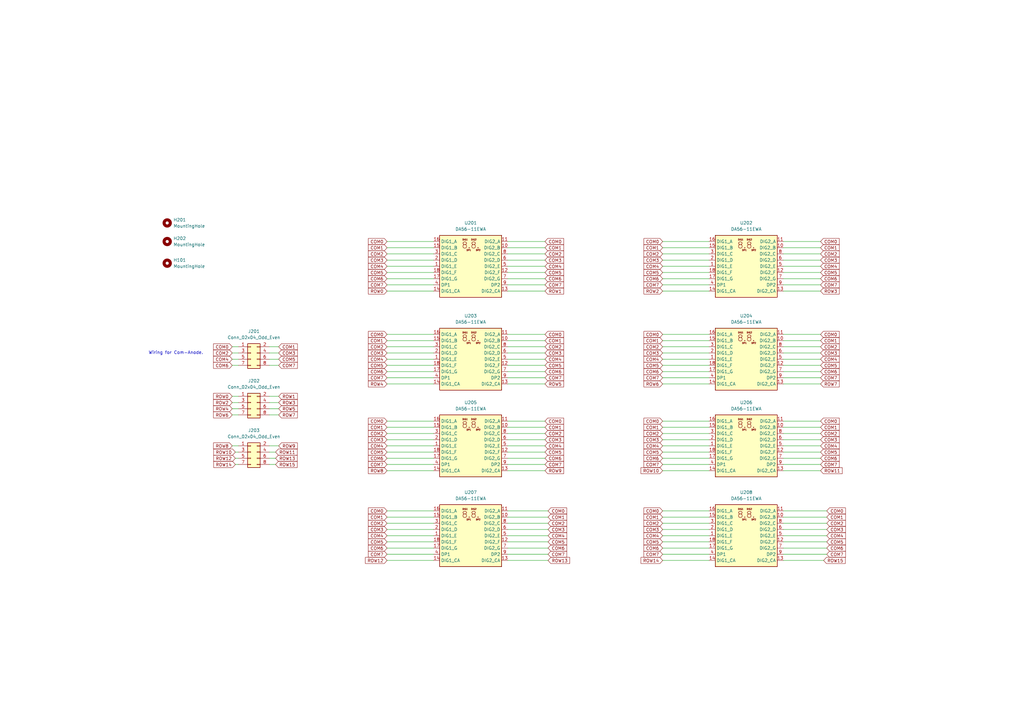
<source format=kicad_sch>
(kicad_sch (version 20231120) (generator "eeschema") (generator_version "8.0")
  (paper "A3")
  (title_block (title "7-seg LED panel") (date "2025-07-03") (rev "0.2") (company "UMEMOTO LLC") (comment 1 "design by Hijiri Umemoto"))
  (lib_symbols
    (symbol "Connector_Generic:Conn_02x04_Odd_Even" (pin_names (offset 1.016) hide)
      (property "Reference" "J" (at 1.27 5.08 0))
      (property "Value" "Conn_02x04_Odd_Even" (at 1.27 -7.62 0))
      (symbol "Conn_02x04_Odd_Even_1_1"
        (rectangle (start -1.27 -4.953) (end 0 -5.207) (stroke (width 0.1524)))
        (rectangle (start -1.27 -2.413) (end 0 -2.667) (stroke (width 0.1524)))
        (rectangle (start -1.27 0.127) (end 0 -0.127) (stroke (width 0.1524)))
        (rectangle (start -1.27 2.667) (end 0 2.413) (stroke (width 0.1524)))
        (rectangle (start -1.27 3.81) (end 3.81 -6.35) (stroke (width 0.254)) (fill (type background)))
        (rectangle (start 3.81 -4.953) (end 2.54 -5.207) (stroke (width 0.1524)))
        (rectangle (start 3.81 -2.413) (end 2.54 -2.667) (stroke (width 0.1524)))
        (rectangle (start 3.81 0.127) (end 2.54 -0.127) (stroke (width 0.1524)))
        (rectangle (start 3.81 2.667) (end 2.54 2.413) (stroke (width 0.1524)))
        (pin passive line (at -5.08 2.54 0) (length 3.81) (name "Pin_1") (number "1"))
        (pin passive line (at 7.62 2.54 180) (length 3.81) (name "Pin_2") (number "2"))
        (pin passive line (at -5.08 0 0) (length 3.81) (name "Pin_3") (number "3"))
        (pin passive line (at 7.62 0 180) (length 3.81) (name "Pin_4") (number "4"))
        (pin passive line (at -5.08 -2.54 0) (length 3.81) (name "Pin_5") (number "5"))
        (pin passive line (at 7.62 -2.54 180) (length 3.81) (name "Pin_6") (number "6"))
        (pin passive line (at -5.08 -5.08 0) (length 3.81) (name "Pin_7") (number "7"))
        (pin passive line (at 7.62 -5.08 180) (length 3.81) (name "Pin_8") (number "8"))
      )
    )
    (symbol "Display_Character:DA56-11EWA"
      (property "Reference" "U" (at -11.43 13.97 0))
      (property "Value" "DA56-11EWA" (at 12.7 13.97 0))
      (symbol "DA56-11EWA_0_0"
        (text "8.8." (at 0 8.636 0) (effects (font (size 2.54 2.54))))
        (text "DIG1" (at -2.286 10.922 0) (effects (font (size 0.635 0.635))))
        (text "DIG2" (at 1.27 10.922 0) (effects (font (size 0.635 0.635))))
        (text "DP1" (at -0.762 6.604 0) (effects (font (size 0.635 0.635))))
        (text "DP2" (at 3.048 6.604 0) (effects (font (size 0.635 0.635))))
      )
      (symbol "DA56-11EWA_0_1"
        (rectangle (start -12.7 12.7) (end 12.7 -12.7) (stroke (width 0.254)) (fill (type background)))
      )
      (symbol "DA56-11EWA_1_1"
        (pin input line (at -15.24 0 0) (length 2.54) (name "DIG1_E") (number "1"))
        (pin input line (at 15.24 7.62 180) (length 2.54) (name "DIG2_B") (number "10"))
        (pin input line (at 15.24 10.16 180) (length 2.54) (name "DIG2_A") (number "11"))
        (pin input line (at 15.24 -2.54 180) (length 2.54) (name "DIG2_F") (number "12"))
        (pin input line (at 15.24 -10.16 180) (length 2.54) (name "DIG2_CA") (number "13"))
        (pin input line (at -15.24 -10.16 0) (length 2.54) (name "DIG1_CA") (number "14"))
        (pin input line (at -15.24 7.62 0) (length 2.54) (name "DIG1_B") (number "15"))
        (pin input line (at -15.24 10.16 0) (length 2.54) (name "DIG1_A") (number "16"))
        (pin input line (at -15.24 -5.08 0) (length 2.54) (name "DIG1_G") (number "17"))
        (pin input line (at -15.24 -2.54 0) (length 2.54) (name "DIG1_F") (number "18"))
        (pin input line (at -15.24 2.54 0) (length 2.54) (name "DIG1_D") (number "2"))
        (pin input line (at -15.24 5.08 0) (length 2.54) (name "DIG1_C") (number "3"))
        (pin input line (at -15.24 -7.62 0) (length 2.54) (name "DP1") (number "4"))
        (pin input line (at 15.24 0 180) (length 2.54) (name "DIG2_E") (number "5"))
        (pin input line (at 15.24 2.54 180) (length 2.54) (name "DIG2_D") (number "6"))
        (pin input line (at 15.24 -5.08 180) (length 2.54) (name "DIG2_G") (number "7"))
        (pin input line (at 15.24 5.08 180) (length 2.54) (name "DIG2_C") (number "8"))
        (pin input line (at 15.24 -7.62 180) (length 2.54) (name "DP2") (number "9"))
      )
    )
    (symbol "Mechanical:MountingHole" (pin_names (offset 1.016)) (exclude_from_sim yes) (in_bom no)
      (property "Reference" "H" (at 0 5.08 0))
      (property "Value" "MountingHole" (at 0 3.175 0))
      (symbol "MountingHole_0_1"
        (circle (center 0 0) (radius 1.27) (stroke (width 1.27)))
      )
    )
  )
  (wire (pts (xy 271.78 149.86) (xy 290.83 149.86)))
  (wire (pts (xy 271.78 190.5) (xy 290.83 190.5)))
  (wire (pts (xy 321.31 137.16) (xy 336.55 137.16)))
  (wire (pts (xy 114.3 167.64) (xy 110.49 167.64)))
  (wire (pts (xy 271.78 229.87) (xy 290.83 229.87)))
  (wire (pts (xy 271.78 227.33) (xy 290.83 227.33)))
  (wire (pts (xy 208.28 214.63) (xy 224.79 214.63)))
  (wire (pts (xy 208.28 180.34) (xy 223.52 180.34)))
  (wire (pts (xy 321.31 224.79) (xy 339.09 224.79)))
  (wire (pts (xy 208.28 177.8) (xy 223.52 177.8)))
  (wire (pts (xy 158.75 147.32) (xy 177.8 147.32)))
  (wire (pts (xy 158.75 139.7) (xy 177.8 139.7)))
  (wire (pts (xy 158.75 114.3) (xy 177.8 114.3)))
  (wire (pts (xy 271.78 172.72) (xy 290.83 172.72)))
  (wire (pts (xy 271.78 111.76) (xy 290.83 111.76)))
  (wire (pts (xy 271.78 109.22) (xy 290.83 109.22)))
  (wire (pts (xy 271.78 152.4) (xy 290.83 152.4)))
  (wire (pts (xy 113.03 185.42) (xy 110.49 185.42)))
  (wire (pts (xy 113.03 187.96) (xy 110.49 187.96)))
  (wire (pts (xy 158.75 157.48) (xy 177.8 157.48)))
  (wire (pts (xy 158.75 152.4) (xy 177.8 152.4)))
  (wire (pts (xy 158.75 111.76) (xy 177.8 111.76)))
  (wire (pts (xy 158.75 116.84) (xy 177.8 116.84)))
  (wire (pts (xy 321.31 182.88) (xy 336.55 182.88)))
  (wire (pts (xy 321.31 99.06) (xy 336.55 99.06)))
  (wire (pts (xy 336.55 157.48) (xy 321.31 157.48)))
  (wire (pts (xy 208.28 187.96) (xy 223.52 187.96)))
  (wire (pts (xy 321.31 217.17) (xy 339.09 217.17)))
  (wire (pts (xy 271.78 101.6) (xy 290.83 101.6)))
  (wire (pts (xy 158.75 222.25) (xy 177.8 222.25)))
  (wire (pts (xy 271.78 116.84) (xy 290.83 116.84)))
  (wire (pts (xy 321.31 175.26) (xy 336.55 175.26)))
  (wire (pts (xy 158.75 144.78) (xy 177.8 144.78)))
  (wire (pts (xy 271.78 182.88) (xy 290.83 182.88)))
  (wire (pts (xy 158.75 212.09) (xy 177.8 212.09)))
  (wire (pts (xy 271.78 214.63) (xy 290.83 214.63)))
  (wire (pts (xy 208.28 152.4) (xy 223.52 152.4)))
  (wire (pts (xy 271.78 217.17) (xy 290.83 217.17)))
  (wire (pts (xy 158.75 175.26) (xy 177.8 175.26)))
  (wire (pts (xy 208.28 172.72) (xy 223.52 172.72)))
  (wire (pts (xy 158.75 209.55) (xy 177.8 209.55)))
  (wire (pts (xy 271.78 106.68) (xy 290.83 106.68)))
  (wire (pts (xy 208.28 101.6) (xy 223.52 101.6)))
  (wire (pts (xy 271.78 177.8) (xy 290.83 177.8)))
  (wire (pts (xy 208.28 175.26) (xy 223.52 175.26)))
  (wire (pts (xy 208.28 219.71) (xy 224.79 219.71)))
  (wire (pts (xy 114.3 182.88) (xy 110.49 182.88)))
  (wire (pts (xy 208.28 154.94) (xy 223.52 154.94)))
  (wire (pts (xy 223.52 193.04) (xy 208.28 193.04)))
  (wire (pts (xy 158.75 193.04) (xy 177.8 193.04)))
  (wire (pts (xy 114.3 144.78) (xy 110.49 144.78)))
  (wire (pts (xy 271.78 224.79) (xy 290.83 224.79)))
  (wire (pts (xy 224.79 229.87) (xy 208.28 229.87)))
  (wire (pts (xy 208.28 99.06) (xy 223.52 99.06)))
  (wire (pts (xy 114.3 149.86) (xy 110.49 149.86)))
  (wire (pts (xy 96.52 187.96) (xy 97.79 187.96)))
  (wire (pts (xy 208.28 190.5) (xy 223.52 190.5)))
  (wire (pts (xy 208.28 139.7) (xy 223.52 139.7)))
  (wire (pts (xy 321.31 177.8) (xy 336.55 177.8)))
  (wire (pts (xy 321.31 114.3) (xy 336.55 114.3)))
  (wire (pts (xy 113.03 190.5) (xy 110.49 190.5)))
  (wire (pts (xy 321.31 147.32) (xy 336.55 147.32)))
  (wire (pts (xy 158.75 104.14) (xy 177.8 104.14)))
  (wire (pts (xy 321.31 139.7) (xy 336.55 139.7)))
  (wire (pts (xy 208.28 104.14) (xy 223.52 104.14)))
  (wire (pts (xy 158.75 214.63) (xy 177.8 214.63)))
  (wire (pts (xy 208.28 212.09) (xy 224.79 212.09)))
  (wire (pts (xy 271.78 104.14) (xy 290.83 104.14)))
  (wire (pts (xy 271.78 114.3) (xy 290.83 114.3)))
  (wire (pts (xy 158.75 101.6) (xy 177.8 101.6)))
  (wire (pts (xy 208.28 185.42) (xy 223.52 185.42)))
  (wire (pts (xy 271.78 209.55) (xy 290.83 209.55)))
  (wire (pts (xy 158.75 182.88) (xy 177.8 182.88)))
  (wire (pts (xy 223.52 119.38) (xy 208.28 119.38)))
  (wire (pts (xy 321.31 212.09) (xy 339.09 212.09)))
  (wire (pts (xy 321.31 209.55) (xy 339.09 209.55)))
  (wire (pts (xy 158.75 180.34) (xy 177.8 180.34)))
  (wire (pts (xy 271.78 193.04) (xy 290.83 193.04)))
  (wire (pts (xy 158.75 190.5) (xy 177.8 190.5)))
  (wire (pts (xy 321.31 219.71) (xy 339.09 219.71)))
  (wire (pts (xy 271.78 222.25) (xy 290.83 222.25)))
  (wire (pts (xy 95.25 182.88) (xy 97.79 182.88)))
  (wire (pts (xy 158.75 109.22) (xy 177.8 109.22)))
  (wire (pts (xy 158.75 154.94) (xy 177.8 154.94)))
  (wire (pts (xy 95.25 142.24) (xy 97.79 142.24)))
  (wire (pts (xy 271.78 99.06) (xy 290.83 99.06)))
  (wire (pts (xy 271.78 219.71) (xy 290.83 219.71)))
  (wire (pts (xy 158.75 149.86) (xy 177.8 149.86)))
  (wire (pts (xy 95.25 147.32) (xy 97.79 147.32)))
  (wire (pts (xy 336.55 119.38) (xy 321.31 119.38)))
  (wire (pts (xy 321.31 222.25) (xy 339.09 222.25)))
  (wire (pts (xy 208.28 142.24) (xy 223.52 142.24)))
  (wire (pts (xy 271.78 175.26) (xy 290.83 175.26)))
  (wire (pts (xy 96.52 190.5) (xy 97.79 190.5)))
  (wire (pts (xy 95.25 149.86) (xy 97.79 149.86)))
  (wire (pts (xy 321.31 172.72) (xy 336.55 172.72)))
  (wire (pts (xy 208.28 222.25) (xy 224.79 222.25)))
  (wire (pts (xy 208.28 116.84) (xy 223.52 116.84)))
  (wire (pts (xy 208.28 209.55) (xy 224.79 209.55)))
  (wire (pts (xy 321.31 187.96) (xy 336.55 187.96)))
  (wire (pts (xy 158.75 142.24) (xy 177.8 142.24)))
  (wire (pts (xy 158.75 119.38) (xy 177.8 119.38)))
  (wire (pts (xy 271.78 119.38) (xy 290.83 119.38)))
  (wire (pts (xy 95.25 165.1) (xy 97.79 165.1)))
  (wire (pts (xy 208.28 111.76) (xy 223.52 111.76)))
  (wire (pts (xy 114.3 147.32) (xy 110.49 147.32)))
  (wire (pts (xy 271.78 180.34) (xy 290.83 180.34)))
  (wire (pts (xy 271.78 212.09) (xy 290.83 212.09)))
  (wire (pts (xy 158.75 137.16) (xy 177.8 137.16)))
  (wire (pts (xy 321.31 227.33) (xy 339.09 227.33)))
  (wire (pts (xy 208.28 114.3) (xy 223.52 114.3)))
  (wire (pts (xy 321.31 190.5) (xy 336.55 190.5)))
  (wire (pts (xy 158.75 219.71) (xy 177.8 219.71)))
  (wire (pts (xy 208.28 217.17) (xy 224.79 217.17)))
  (wire (pts (xy 110.49 162.56) (xy 114.3 162.56)))
  (wire (pts (xy 321.31 104.14) (xy 336.55 104.14)))
  (wire (pts (xy 321.31 152.4) (xy 336.55 152.4)))
  (wire (pts (xy 208.28 137.16) (xy 223.52 137.16)))
  (wire (pts (xy 208.28 182.88) (xy 223.52 182.88)))
  (wire (pts (xy 158.75 99.06) (xy 177.8 99.06)))
  (wire (pts (xy 208.28 157.48) (xy 223.52 157.48)))
  (wire (pts (xy 271.78 142.24) (xy 290.83 142.24)))
  (wire (pts (xy 321.31 185.42) (xy 336.55 185.42)))
  (wire (pts (xy 321.31 229.87) (xy 337.82 229.87)))
  (wire (pts (xy 271.78 139.7) (xy 290.83 139.7)))
  (wire (pts (xy 95.25 144.78) (xy 97.79 144.78)))
  (wire (pts (xy 208.28 106.68) (xy 223.52 106.68)))
  (wire (pts (xy 271.78 144.78) (xy 290.83 144.78)))
  (wire (pts (xy 158.75 106.68) (xy 177.8 106.68)))
  (wire (pts (xy 321.31 116.84) (xy 336.55 116.84)))
  (wire (pts (xy 321.31 111.76) (xy 336.55 111.76)))
  (wire (pts (xy 208.28 109.22) (xy 223.52 109.22)))
  (wire (pts (xy 321.31 144.78) (xy 336.55 144.78)))
  (wire (pts (xy 321.31 101.6) (xy 336.55 101.6)))
  (wire (pts (xy 158.75 217.17) (xy 177.8 217.17)))
  (wire (pts (xy 95.25 170.18) (xy 97.79 170.18)))
  (wire (pts (xy 95.25 162.56) (xy 97.79 162.56)))
  (wire (pts (xy 208.28 144.78) (xy 223.52 144.78)))
  (wire (pts (xy 158.75 229.87) (xy 177.8 229.87)))
  (wire (pts (xy 336.55 193.04) (xy 321.31 193.04)))
  (wire (pts (xy 271.78 147.32) (xy 290.83 147.32)))
  (wire (pts (xy 158.75 177.8) (xy 177.8 177.8)))
  (wire (pts (xy 158.75 187.96) (xy 177.8 187.96)))
  (wire (pts (xy 158.75 172.72) (xy 177.8 172.72)))
  (wire (pts (xy 321.31 106.68) (xy 336.55 106.68)))
  (wire (pts (xy 321.31 214.63) (xy 339.09 214.63)))
  (wire (pts (xy 114.3 165.1) (xy 110.49 165.1)))
  (wire (pts (xy 321.31 142.24) (xy 336.55 142.24)))
  (wire (pts (xy 114.3 170.18) (xy 110.49 170.18)))
  (wire (pts (xy 271.78 137.16) (xy 290.83 137.16)))
  (wire (pts (xy 271.78 154.94) (xy 290.83 154.94)))
  (wire (pts (xy 96.52 185.42) (xy 97.79 185.42)))
  (wire (pts (xy 208.28 227.33) (xy 224.79 227.33)))
  (wire (pts (xy 158.75 224.79) (xy 177.8 224.79)))
  (wire (pts (xy 208.28 149.86) (xy 223.52 149.86)))
  (wire (pts (xy 158.75 185.42) (xy 177.8 185.42)))
  (wire (pts (xy 321.31 109.22) (xy 336.55 109.22)))
  (wire (pts (xy 271.78 187.96) (xy 290.83 187.96)))
  (wire (pts (xy 321.31 180.34) (xy 336.55 180.34)))
  (wire (pts (xy 158.75 227.33) (xy 177.8 227.33)))
  (wire (pts (xy 321.31 154.94) (xy 336.55 154.94)))
  (wire (pts (xy 95.25 167.64) (xy 97.79 167.64)))
  (wire (pts (xy 208.28 224.79) (xy 224.79 224.79)))
  (wire (pts (xy 114.3 142.24) (xy 110.49 142.24)))
  (wire (pts (xy 208.28 147.32) (xy 223.52 147.32)))
  (wire (pts (xy 271.78 185.42) (xy 290.83 185.42)))
  (wire (pts (xy 271.78 157.48) (xy 290.83 157.48)))
  (wire (pts (xy 321.31 149.86) (xy 336.55 149.86)))
  (text "Wiring for Com-Anode." (at 72.136 144.78 0) (effects (font (size 1.27 1.27))))
  (global_label "ROW15" (shape input) (at 337.82 229.87 0) (property "Intersheetrefs" "${INTERSHEET_REFS}" (effects (hide yes))))
  (global_label "COM5" (shape input) (at 158.75 149.86 180) (property "Intersheetrefs" "${INTERSHEET_REFS}" (effects (hide yes))))
  (global_label "COM2" (shape input) (at 336.55 104.14 0) (property "Intersheetrefs" "${INTERSHEET_REFS}" (effects (hide yes))))
  (global_label "COM6" (shape input) (at 95.25 149.86 180) (property "Intersheetrefs" "${INTERSHEET_REFS}" (effects (hide yes))))
  (global_label "COM4" (shape input) (at 271.78 147.32 180) (property "Intersheetrefs" "${INTERSHEET_REFS}" (effects (hide yes))))
  (global_label "COM0" (shape input) (at 223.52 99.06 0) (property "Intersheetrefs" "${INTERSHEET_REFS}" (effects (hide yes))))
  (global_label "COM6" (shape input) (at 336.55 152.4 0) (property "Intersheetrefs" "${INTERSHEET_REFS}" (effects (hide yes))))
  (global_label "COM1" (shape input) (at 336.55 101.6 0) (property "Intersheetrefs" "${INTERSHEET_REFS}" (effects (hide yes))))
  (global_label "COM2" (shape input) (at 95.25 144.78 180) (property "Intersheetrefs" "${INTERSHEET_REFS}" (effects (hide yes))))
  (global_label "COM0" (shape input) (at 271.78 137.16 180) (property "Intersheetrefs" "${INTERSHEET_REFS}" (effects (hide yes))))
  (global_label "COM6" (shape input) (at 158.75 114.3 180) (property "Intersheetrefs" "${INTERSHEET_REFS}" (effects (hide yes))))
  (global_label "COM0" (shape input) (at 95.25 142.24 180) (property "Intersheetrefs" "${INTERSHEET_REFS}" (effects (hide yes))))
  (global_label "ROW3" (shape input) (at 336.55 119.38 0) (property "Intersheetrefs" "${INTERSHEET_REFS}" (effects (hide yes))))
  (global_label "ROW9" (shape input) (at 223.52 193.04 0) (property "Intersheetrefs" "${INTERSHEET_REFS}" (effects (hide yes))))
  (global_label "COM4" (shape input) (at 223.52 182.88 0) (property "Intersheetrefs" "${INTERSHEET_REFS}" (effects (hide yes))))
  (global_label "COM4" (shape input) (at 95.25 147.32 180) (property "Intersheetrefs" "${INTERSHEET_REFS}" (effects (hide yes))))
  (global_label "ROW1" (shape input) (at 223.52 119.38 0) (property "Intersheetrefs" "${INTERSHEET_REFS}" (effects (hide yes))))
  (global_label "COM1" (shape input) (at 114.3 142.24 0) (property "Intersheetrefs" "${INTERSHEET_REFS}" (effects (hide yes))))
  (global_label "ROW4" (shape input) (at 95.25 167.64 180) (property "Intersheetrefs" "${INTERSHEET_REFS}" (effects (hide yes))))
  (global_label "COM5" (shape input) (at 158.75 111.76 180) (property "Intersheetrefs" "${INTERSHEET_REFS}" (effects (hide yes))))
  (global_label "COM3" (shape input) (at 223.52 144.78 0) (property "Intersheetrefs" "${INTERSHEET_REFS}" (effects (hide yes))))
  (global_label "COM1" (shape input) (at 223.52 175.26 0) (property "Intersheetrefs" "${INTERSHEET_REFS}" (effects (hide yes))))
  (global_label "COM7" (shape input) (at 158.75 227.33 180) (property "Intersheetrefs" "${INTERSHEET_REFS}" (effects (hide yes))))
  (global_label "COM3" (shape input) (at 223.52 180.34 0) (property "Intersheetrefs" "${INTERSHEET_REFS}" (effects (hide yes))))
  (global_label "COM4" (shape input) (at 223.52 109.22 0) (property "Intersheetrefs" "${INTERSHEET_REFS}" (effects (hide yes))))
  (global_label "COM3" (shape input) (at 223.52 106.68 0) (property "Intersheetrefs" "${INTERSHEET_REFS}" (effects (hide yes))))
  (global_label "ROW12" (shape input) (at 158.75 229.87 180) (property "Intersheetrefs" "${INTERSHEET_REFS}" (effects (hide yes))))
  (global_label "COM3" (shape input) (at 271.78 144.78 180) (property "Intersheetrefs" "${INTERSHEET_REFS}" (effects (hide yes))))
  (global_label "COM3" (shape input) (at 339.09 217.17 0) (property "Intersheetrefs" "${INTERSHEET_REFS}" (effects (hide yes))))
  (global_label "COM4" (shape input) (at 339.09 219.71 0) (property "Intersheetrefs" "${INTERSHEET_REFS}" (effects (hide yes))))
  (global_label "COM0" (shape input) (at 158.75 172.72 180) (property "Intersheetrefs" "${INTERSHEET_REFS}" (effects (hide yes))))
  (global_label "ROW11" (shape input) (at 113.03 185.42 0) (property "Intersheetrefs" "${INTERSHEET_REFS}" (effects (hide yes))))
  (global_label "COM1" (shape input) (at 158.75 212.09 180) (property "Intersheetrefs" "${INTERSHEET_REFS}" (effects (hide yes))))
  (global_label "COM5" (shape input) (at 271.78 185.42 180) (property "Intersheetrefs" "${INTERSHEET_REFS}" (effects (hide yes))))
  (global_label "COM5" (shape input) (at 336.55 185.42 0) (property "Intersheetrefs" "${INTERSHEET_REFS}" (effects (hide yes))))
  (global_label "COM4" (shape input) (at 223.52 147.32 0) (property "Intersheetrefs" "${INTERSHEET_REFS}" (effects (hide yes))))
  (global_label "COM2" (shape input) (at 158.75 177.8 180) (property "Intersheetrefs" "${INTERSHEET_REFS}" (effects (hide yes))))
  (global_label "COM2" (shape input) (at 339.09 214.63 0) (property "Intersheetrefs" "${INTERSHEET_REFS}" (effects (hide yes))))
  (global_label "COM3" (shape input) (at 336.55 180.34 0) (property "Intersheetrefs" "${INTERSHEET_REFS}" (effects (hide yes))))
  (global_label "ROW6" (shape input) (at 95.25 170.18 180) (property "Intersheetrefs" "${INTERSHEET_REFS}" (effects (hide yes))))
  (global_label "COM4" (shape input) (at 224.79 219.71 0) (property "Intersheetrefs" "${INTERSHEET_REFS}" (effects (hide yes))))
  (global_label "COM0" (shape input) (at 223.52 137.16 0) (property "Intersheetrefs" "${INTERSHEET_REFS}" (effects (hide yes))))
  (global_label "COM0" (shape input) (at 336.55 99.06 0) (property "Intersheetrefs" "${INTERSHEET_REFS}" (effects (hide yes))))
  (global_label "ROW3" (shape input) (at 114.3 165.1 0) (property "Intersheetrefs" "${INTERSHEET_REFS}" (effects (hide yes))))
  (global_label "COM1" (shape input) (at 339.09 212.09 0) (property "Intersheetrefs" "${INTERSHEET_REFS}" (effects (hide yes))))
  (global_label "ROW13" (shape input) (at 113.03 187.96 0) (property "Intersheetrefs" "${INTERSHEET_REFS}" (effects (hide yes))))
  (global_label "COM1" (shape input) (at 271.78 212.09 180) (property "Intersheetrefs" "${INTERSHEET_REFS}" (effects (hide yes))))
  (global_label "COM3" (shape input) (at 158.75 217.17 180) (property "Intersheetrefs" "${INTERSHEET_REFS}" (effects (hide yes))))
  (global_label "ROW12" (shape input) (at 96.52 187.96 180) (property "Intersheetrefs" "${INTERSHEET_REFS}" (effects (hide yes))))
  (global_label "COM7" (shape input) (at 271.78 116.84 180) (property "Intersheetrefs" "${INTERSHEET_REFS}" (effects (hide yes))))
  (global_label "COM6" (shape input) (at 223.52 114.3 0) (property "Intersheetrefs" "${INTERSHEET_REFS}" (effects (hide yes))))
  (global_label "COM6" (shape input) (at 271.78 224.79 180) (property "Intersheetrefs" "${INTERSHEET_REFS}" (effects (hide yes))))
  (global_label "COM7" (shape input) (at 223.52 116.84 0) (property "Intersheetrefs" "${INTERSHEET_REFS}" (effects (hide yes))))
  (global_label "COM2" (shape input) (at 158.75 142.24 180) (property "Intersheetrefs" "${INTERSHEET_REFS}" (effects (hide yes))))
  (global_label "COM5" (shape input) (at 223.52 111.76 0) (property "Intersheetrefs" "${INTERSHEET_REFS}" (effects (hide yes))))
  (global_label "COM3" (shape input) (at 114.3 144.78 0) (property "Intersheetrefs" "${INTERSHEET_REFS}" (effects (hide yes))))
  (global_label "COM4" (shape input) (at 158.75 182.88 180) (property "Intersheetrefs" "${INTERSHEET_REFS}" (effects (hide yes))))
  (global_label "ROW9" (shape input) (at 114.3 182.88 0) (property "Intersheetrefs" "${INTERSHEET_REFS}" (effects (hide yes))))
  (global_label "COM7" (shape input) (at 224.79 227.33 0) (property "Intersheetrefs" "${INTERSHEET_REFS}" (effects (hide yes))))
  (global_label "COM5" (shape input) (at 224.79 222.25 0) (property "Intersheetrefs" "${INTERSHEET_REFS}" (effects (hide yes))))
  (global_label "ROW14" (shape input) (at 96.52 190.5 180) (property "Intersheetrefs" "${INTERSHEET_REFS}" (effects (hide yes))))
  (global_label "ROW15" (shape input) (at 113.03 190.5 0) (property "Intersheetrefs" "${INTERSHEET_REFS}" (effects (hide yes))))
  (global_label "COM0" (shape input) (at 223.52 172.72 0) (property "Intersheetrefs" "${INTERSHEET_REFS}" (effects (hide yes))))
  (global_label "ROW5" (shape input) (at 114.3 167.64 0) (property "Intersheetrefs" "${INTERSHEET_REFS}" (effects (hide yes))))
  (global_label "COM5" (shape input) (at 223.52 149.86 0) (property "Intersheetrefs" "${INTERSHEET_REFS}" (effects (hide yes))))
  (global_label "COM2" (shape input) (at 271.78 104.14 180) (property "Intersheetrefs" "${INTERSHEET_REFS}" (effects (hide yes))))
  (global_label "COM0" (shape input) (at 271.78 172.72 180) (property "Intersheetrefs" "${INTERSHEET_REFS}" (effects (hide yes))))
  (global_label "COM0" (shape input) (at 158.75 137.16 180) (property "Intersheetrefs" "${INTERSHEET_REFS}" (effects (hide yes))))
  (global_label "COM6" (shape input) (at 158.75 224.79 180) (property "Intersheetrefs" "${INTERSHEET_REFS}" (effects (hide yes))))
  (global_label "COM0" (shape input) (at 336.55 172.72 0) (property "Intersheetrefs" "${INTERSHEET_REFS}" (effects (hide yes))))
  (global_label "COM7" (shape input) (at 223.52 190.5 0) (property "Intersheetrefs" "${INTERSHEET_REFS}" (effects (hide yes))))
  (global_label "ROW1" (shape input) (at 114.3 162.56 0) (property "Intersheetrefs" "${INTERSHEET_REFS}" (effects (hide yes))))
  (global_label "COM0" (shape input) (at 336.55 137.16 0) (property "Intersheetrefs" "${INTERSHEET_REFS}" (effects (hide yes))))
  (global_label "COM1" (shape input) (at 271.78 139.7 180) (property "Intersheetrefs" "${INTERSHEET_REFS}" (effects (hide yes))))
  (global_label "ROW5" (shape input) (at 223.52 157.48 0) (property "Intersheetrefs" "${INTERSHEET_REFS}" (effects (hide yes))))
  (global_label "COM2" (shape input) (at 336.55 177.8 0) (property "Intersheetrefs" "${INTERSHEET_REFS}" (effects (hide yes))))
  (global_label "COM2" (shape input) (at 158.75 104.14 180) (property "Intersheetrefs" "${INTERSHEET_REFS}" (effects (hide yes))))
  (global_label "COM7" (shape input) (at 271.78 154.94 180) (property "Intersheetrefs" "${INTERSHEET_REFS}" (effects (hide yes))))
  (global_label "COM3" (shape input) (at 224.79 217.17 0) (property "Intersheetrefs" "${INTERSHEET_REFS}" (effects (hide yes))))
  (global_label "COM1" (shape input) (at 336.55 175.26 0) (property "Intersheetrefs" "${INTERSHEET_REFS}" (effects (hide yes))))
  (global_label "COM2" (shape input) (at 158.75 214.63 180) (property "Intersheetrefs" "${INTERSHEET_REFS}" (effects (hide yes))))
  (global_label "COM1" (shape input) (at 271.78 175.26 180) (property "Intersheetrefs" "${INTERSHEET_REFS}" (effects (hide yes))))
  (global_label "COM2" (shape input) (at 271.78 142.24 180) (property "Intersheetrefs" "${INTERSHEET_REFS}" (effects (hide yes))))
  (global_label "COM4" (shape input) (at 336.55 147.32 0) (property "Intersheetrefs" "${INTERSHEET_REFS}" (effects (hide yes))))
  (global_label "COM6" (shape input) (at 158.75 152.4 180) (property "Intersheetrefs" "${INTERSHEET_REFS}" (effects (hide yes))))
  (global_label "COM5" (shape input) (at 271.78 111.76 180) (property "Intersheetrefs" "${INTERSHEET_REFS}" (effects (hide yes))))
  (global_label "COM7" (shape input) (at 339.09 227.33 0) (property "Intersheetrefs" "${INTERSHEET_REFS}" (effects (hide yes))))
  (global_label "COM5" (shape input) (at 223.52 185.42 0) (property "Intersheetrefs" "${INTERSHEET_REFS}" (effects (hide yes))))
  (global_label "COM4" (shape input) (at 158.75 109.22 180) (property "Intersheetrefs" "${INTERSHEET_REFS}" (effects (hide yes))))
  (global_label "COM5" (shape input) (at 336.55 111.76 0) (property "Intersheetrefs" "${INTERSHEET_REFS}" (effects (hide yes))))
  (global_label "COM3" (shape input) (at 336.55 144.78 0) (property "Intersheetrefs" "${INTERSHEET_REFS}" (effects (hide yes))))
  (global_label "COM0" (shape input) (at 271.78 209.55 180) (property "Intersheetrefs" "${INTERSHEET_REFS}" (effects (hide yes))))
  (global_label "ROW10" (shape input) (at 96.52 185.42 180) (property "Intersheetrefs" "${INTERSHEET_REFS}" (effects (hide yes))))
  (global_label "COM2" (shape input) (at 271.78 214.63 180) (property "Intersheetrefs" "${INTERSHEET_REFS}" (effects (hide yes))))
  (global_label "COM1" (shape input) (at 224.79 212.09 0) (property "Intersheetrefs" "${INTERSHEET_REFS}" (effects (hide yes))))
  (global_label "COM5" (shape input) (at 339.09 222.25 0) (property "Intersheetrefs" "${INTERSHEET_REFS}" (effects (hide yes))))
  (global_label "COM4" (shape input) (at 271.78 219.71 180) (property "Intersheetrefs" "${INTERSHEET_REFS}" (effects (hide yes))))
  (global_label "COM6" (shape input) (at 158.75 187.96 180) (property "Intersheetrefs" "${INTERSHEET_REFS}" (effects (hide yes))))
  (global_label "COM7" (shape input) (at 158.75 154.94 180) (property "Intersheetrefs" "${INTERSHEET_REFS}" (effects (hide yes))))
  (global_label "COM3" (shape input) (at 271.78 106.68 180) (property "Intersheetrefs" "${INTERSHEET_REFS}" (effects (hide yes))))
  (global_label "COM1" (shape input) (at 223.52 101.6 0) (property "Intersheetrefs" "${INTERSHEET_REFS}" (effects (hide yes))))
  (global_label "COM0" (shape input) (at 158.75 209.55 180) (property "Intersheetrefs" "${INTERSHEET_REFS}" (effects (hide yes))))
  (global_label "COM7" (shape input) (at 158.75 116.84 180) (property "Intersheetrefs" "${INTERSHEET_REFS}" (effects (hide yes))))
  (global_label "COM0" (shape input) (at 224.79 209.55 0) (property "Intersheetrefs" "${INTERSHEET_REFS}" (effects (hide yes))))
  (global_label "COM1" (shape input) (at 271.78 101.6 180) (property "Intersheetrefs" "${INTERSHEET_REFS}" (effects (hide yes))))
  (global_label "COM6" (shape input) (at 223.52 152.4 0) (property "Intersheetrefs" "${INTERSHEET_REFS}" (effects (hide yes))))
  (global_label "COM1" (shape input) (at 158.75 139.7 180) (property "Intersheetrefs" "${INTERSHEET_REFS}" (effects (hide yes))))
  (global_label "ROW10" (shape input) (at 271.78 193.04 180) (property "Intersheetrefs" "${INTERSHEET_REFS}" (effects (hide yes))))
  (global_label "COM4" (shape input) (at 271.78 109.22 180) (property "Intersheetrefs" "${INTERSHEET_REFS}" (effects (hide yes))))
  (global_label "ROW13" (shape input) (at 224.79 229.87 0) (property "Intersheetrefs" "${INTERSHEET_REFS}" (effects (hide yes))))
  (global_label "COM7" (shape input) (at 158.75 190.5 180) (property "Intersheetrefs" "${INTERSHEET_REFS}" (effects (hide yes))))
  (global_label "COM2" (shape input) (at 223.52 142.24 0) (property "Intersheetrefs" "${INTERSHEET_REFS}" (effects (hide yes))))
  (global_label "COM3" (shape input) (at 158.75 180.34 180) (property "Intersheetrefs" "${INTERSHEET_REFS}" (effects (hide yes))))
  (global_label "COM2" (shape input) (at 336.55 142.24 0) (property "Intersheetrefs" "${INTERSHEET_REFS}" (effects (hide yes))))
  (global_label "COM6" (shape input) (at 336.55 187.96 0) (property "Intersheetrefs" "${INTERSHEET_REFS}" (effects (hide yes))))
  (global_label "COM7" (shape input) (at 336.55 116.84 0) (property "Intersheetrefs" "${INTERSHEET_REFS}" (effects (hide yes))))
  (global_label "COM4" (shape input) (at 271.78 182.88 180) (property "Intersheetrefs" "${INTERSHEET_REFS}" (effects (hide yes))))
  (global_label "ROW0" (shape input) (at 158.75 119.38 180) (property "Intersheetrefs" "${INTERSHEET_REFS}" (effects (hide yes))))
  (global_label "ROW8" (shape input) (at 158.75 193.04 180) (property "Intersheetrefs" "${INTERSHEET_REFS}" (effects (hide yes))))
  (global_label "COM7" (shape input) (at 271.78 190.5 180) (property "Intersheetrefs" "${INTERSHEET_REFS}" (effects (hide yes))))
  (global_label "COM5" (shape input) (at 336.55 149.86 0) (property "Intersheetrefs" "${INTERSHEET_REFS}" (effects (hide yes))))
  (global_label "COM2" (shape input) (at 223.52 104.14 0) (property "Intersheetrefs" "${INTERSHEET_REFS}" (effects (hide yes))))
  (global_label "COM3" (shape input) (at 271.78 217.17 180) (property "Intersheetrefs" "${INTERSHEET_REFS}" (effects (hide yes))))
  (global_label "ROW4" (shape input) (at 158.75 157.48 180) (property "Intersheetrefs" "${INTERSHEET_REFS}" (effects (hide yes))))
  (global_label "COM7" (shape input) (at 336.55 190.5 0) (property "Intersheetrefs" "${INTERSHEET_REFS}" (effects (hide yes))))
  (global_label "COM1" (shape input) (at 223.52 139.7 0) (property "Intersheetrefs" "${INTERSHEET_REFS}" (effects (hide yes))))
  (global_label "COM5" (shape input) (at 271.78 149.86 180) (property "Intersheetrefs" "${INTERSHEET_REFS}" (effects (hide yes))))
  (global_label "ROW0" (shape input) (at 95.25 162.56 180) (property "Intersheetrefs" "${INTERSHEET_REFS}" (effects (hide yes))))
  (global_label "ROW2" (shape input) (at 95.25 165.1 180) (property "Intersheetrefs" "${INTERSHEET_REFS}" (effects (hide yes))))
  (global_label "COM6" (shape input) (at 336.55 114.3 0) (property "Intersheetrefs" "${INTERSHEET_REFS}" (effects (hide yes))))
  (global_label "ROW2" (shape input) (at 271.78 119.38 180) (property "Intersheetrefs" "${INTERSHEET_REFS}" (effects (hide yes))))
  (global_label "COM7" (shape input) (at 336.55 154.94 0) (property "Intersheetrefs" "${INTERSHEET_REFS}" (effects (hide yes))))
  (global_label "ROW14" (shape input) (at 271.78 229.87 180) (property "Intersheetrefs" "${INTERSHEET_REFS}" (effects (hide yes))))
  (global_label "COM6" (shape input) (at 271.78 187.96 180) (property "Intersheetrefs" "${INTERSHEET_REFS}" (effects (hide yes))))
  (global_label "COM6" (shape input) (at 271.78 152.4 180) (property "Intersheetrefs" "${INTERSHEET_REFS}" (effects (hide yes))))
  (global_label "COM6" (shape input) (at 224.79 224.79 0) (property "Intersheetrefs" "${INTERSHEET_REFS}" (effects (hide yes))))
  (global_label "COM4" (shape input) (at 336.55 109.22 0) (property "Intersheetrefs" "${INTERSHEET_REFS}" (effects (hide yes))))
  (global_label "COM5" (shape input) (at 158.75 222.25 180) (property "Intersheetrefs" "${INTERSHEET_REFS}" (effects (hide yes))))
  (global_label "COM2" (shape input) (at 223.52 177.8 0) (property "Intersheetrefs" "${INTERSHEET_REFS}" (effects (hide yes))))
  (global_label "COM0" (shape input) (at 158.75 99.06 180) (property "Intersheetrefs" "${INTERSHEET_REFS}" (effects (hide yes))))
  (global_label "COM7" (shape input) (at 114.3 149.86 0) (property "Intersheetrefs" "${INTERSHEET_REFS}" (effects (hide yes))))
  (global_label "COM5" (shape input) (at 158.75 185.42 180) (property "Intersheetrefs" "${INTERSHEET_REFS}" (effects (hide yes))))
  (global_label "COM6" (shape input) (at 223.52 187.96 0) (property "Intersheetrefs" "${INTERSHEET_REFS}" (effects (hide yes))))
  (global_label "COM1" (shape input) (at 158.75 175.26 180) (property "Intersheetrefs" "${INTERSHEET_REFS}" (effects (hide yes))))
  (global_label "COM4" (shape input) (at 158.75 147.32 180) (property "Intersheetrefs" "${INTERSHEET_REFS}" (effects (hide yes))))
  (global_label "ROW7" (shape input) (at 336.55 157.48 0) (property "Intersheetrefs" "${INTERSHEET_REFS}" (effects (hide yes))))
  (global_label "COM2" (shape input) (at 224.79 214.63 0) (property "Intersheetrefs" "${INTERSHEET_REFS}" (effects (hide yes))))
  (global_label "ROW6" (shape input) (at 271.78 157.48 180) (property "Intersheetrefs" "${INTERSHEET_REFS}" (effects (hide yes))))
  (global_label "COM5" (shape input) (at 114.3 147.32 0) (property "Intersheetrefs" "${INTERSHEET_REFS}" (effects (hide yes))))
  (global_label "COM3" (shape input) (at 158.75 144.78 180) (property "Intersheetrefs" "${INTERSHEET_REFS}" (effects (hide yes))))
  (global_label "COM7" (shape input) (at 271.78 227.33 180) (property "Intersheetrefs" "${INTERSHEET_REFS}" (effects (hide yes))))
  (global_label "COM4" (shape input) (at 158.75 219.71 180) (property "Intersheetrefs" "${INTERSHEET_REFS}" (effects (hide yes))))
  (global_label "COM6" (shape input) (at 271.78 114.3 180) (property "Intersheetrefs" "${INTERSHEET_REFS}" (effects (hide yes))))
  (global_label "COM7" (shape input) (at 223.52 154.94 0) (property "Intersheetrefs" "${INTERSHEET_REFS}" (effects (hide yes))))
  (global_label "ROW8" (shape input) (at 95.25 182.88 180) (property "Intersheetrefs" "${INTERSHEET_REFS}" (effects (hide yes))))
  (global_label "ROW7" (shape input) (at 114.3 170.18 0) (property "Intersheetrefs" "${INTERSHEET_REFS}" (effects (hide yes))))
  (global_label "COM3" (shape input) (at 336.55 106.68 0) (property "Intersheetrefs" "${INTERSHEET_REFS}" (effects (hide yes))))
  (global_label "ROW11" (shape input) (at 336.55 193.04 0) (property "Intersheetrefs" "${INTERSHEET_REFS}" (effects (hide yes))))
  (global_label "COM2" (shape input) (at 271.78 177.8 180) (property "Intersheetrefs" "${INTERSHEET_REFS}" (effects (hide yes))))
  (global_label "COM4" (shape input) (at 336.55 182.88 0) (property "Intersheetrefs" "${INTERSHEET_REFS}" (effects (hide yes))))
  (global_label "COM0" (shape input) (at 271.78 99.06 180) (property "Intersheetrefs" "${INTERSHEET_REFS}" (effects (hide yes))))
  (global_label "COM6" (shape input) (at 339.09 224.79 0) (property "Intersheetrefs" "${INTERSHEET_REFS}" (effects (hide yes))))
  (global_label "COM3" (shape input) (at 271.78 180.34 180) (property "Intersheetrefs" "${INTERSHEET_REFS}" (effects (hide yes))))
  (global_label "COM5" (shape input) (at 271.78 222.25 180) (property "Intersheetrefs" "${INTERSHEET_REFS}" (effects (hide yes))))
  (global_label "COM1" (shape input) (at 336.55 139.7 0) (property "Intersheetrefs" "${INTERSHEET_REFS}" (effects (hide yes))))
  (global_label "COM0" (shape input) (at 339.09 209.55 0) (property "Intersheetrefs" "${INTERSHEET_REFS}" (effects (hide yes))))
  (global_label "COM1" (shape input) (at 158.75 101.6 180) (property "Intersheetrefs" "${INTERSHEET_REFS}" (effects (hide yes))))
  (global_label "COM3" (shape input) (at 158.75 106.68 180) (property "Intersheetrefs" "${INTERSHEET_REFS}" (effects (hide yes))))
  (symbol (lib_id "Display_Character:DA56-11EWA") (at 193.04 182.88 0) (unit 1)
    (property "Reference" "U205" (at 193.04 165.1 0))
    (property "Value" "DA56-11EWA" (at 193.04 167.64 0))
    (property "Footprint" "7seg-panel:SL-9263" (effects (hide yes)))
    (property "Datasheet" "http://www.kingbrightusa.com/images/catalog/SPEC/DA56-11EWA.pdf" (effects (hide yes)))
    (property "Description" "Double digit 7 segment high efficient red LED common anode" (effects (hide yes)))
  )
  (symbol (lib_id "Connector_Generic:Conn_02x04_Odd_Even") (at 102.87 165.1 0) (unit 1)
    (property "Reference" "J202" (at 104.14 156.21 0))
    (property "Value" "Conn_02x04_Odd_Even" (at 104.14 158.75 0))
    (property "Footprint" "Connector_PinHeader_2.54mm:PinHeader_2x04_P2.54mm_Vertical" (effects (hide yes)))
    (property "Description" "Generic connector, double row, 02x04, odd/even pin numbering scheme (row 1 odd numbers, row 2 even numbers), script generated (kicad-library-utils/schlib/autogen/connector/)" (effects (hide yes)))
  )
  (symbol (lib_id "Display_Character:DA56-11EWA") (at 306.07 182.88 0) (unit 1)
    (property "Reference" "U206" (at 306.07 165.1 0))
    (property "Value" "DA56-11EWA" (at 306.07 167.64 0))
    (property "Footprint" "7seg-panel:SL-9263" (effects (hide yes)))
    (property "Datasheet" "http://www.kingbrightusa.com/images/catalog/SPEC/DA56-11EWA.pdf" (effects (hide yes)))
    (property "Description" "Double digit 7 segment high efficient red LED common anode" (effects (hide yes)))
  )
  (symbol (lib_id "Display_Character:DA56-11EWA") (at 193.04 147.32 0) (unit 1)
    (property "Reference" "U203" (at 193.04 129.54 0))
    (property "Value" "DA56-11EWA" (at 193.04 132.08 0))
    (property "Footprint" "7seg-panel:SL-9263" (effects (hide yes)))
    (property "Datasheet" "http://www.kingbrightusa.com/images/catalog/SPEC/DA56-11EWA.pdf" (effects (hide yes)))
    (property "Description" "Double digit 7 segment high efficient red LED common anode" (effects (hide yes)))
  )
  (symbol (lib_id "Display_Character:DA56-11EWA") (at 306.07 219.71 0) (unit 1)
    (property "Reference" "U208" (at 306.07 201.93 0))
    (property "Value" "DA56-11EWA" (at 306.07 204.47 0))
    (property "Footprint" "7seg-panel:SL-9263" (effects (hide yes)))
    (property "Datasheet" "http://www.kingbrightusa.com/images/catalog/SPEC/DA56-11EWA.pdf" (effects (hide yes)))
    (property "Description" "Double digit 7 segment high efficient red LED common anode" (effects (hide yes)))
  )
  (symbol (lib_id "Display_Character:DA56-11EWA") (at 306.07 147.32 0) (unit 1)
    (property "Reference" "U204" (at 306.07 129.54 0))
    (property "Value" "DA56-11EWA" (at 306.07 132.08 0))
    (property "Footprint" "7seg-panel:SL-9263" (effects (hide yes)))
    (property "Datasheet" "http://www.kingbrightusa.com/images/catalog/SPEC/DA56-11EWA.pdf" (effects (hide yes)))
    (property "Description" "Double digit 7 segment high efficient red LED common anode" (effects (hide yes)))
  )
  (symbol (lib_id "Display_Character:DA56-11EWA") (at 193.04 109.22 0) (unit 1)
    (property "Reference" "U201" (at 193.04 91.44 0))
    (property "Value" "DA56-11EWA" (at 193.04 93.98 0))
    (property "Footprint" "7seg-panel:SL-9263" (effects (hide yes)))
    (property "Datasheet" "http://www.kingbrightusa.com/images/catalog/SPEC/DA56-11EWA.pdf" (effects (hide yes)))
    (property "Description" "Double digit 7 segment high efficient red LED common anode" (effects (hide yes)))
  )
  (symbol (lib_id "Display_Character:DA56-11EWA") (at 193.04 219.71 0) (unit 1)
    (property "Reference" "U207" (at 193.04 201.93 0))
    (property "Value" "DA56-11EWA" (at 193.04 204.47 0))
    (property "Footprint" "7seg-panel:SL-9263" (effects (hide yes)))
    (property "Datasheet" "http://www.kingbrightusa.com/images/catalog/SPEC/DA56-11EWA.pdf" (effects (hide yes)))
    (property "Description" "Double digit 7 segment high efficient red LED common anode" (effects (hide yes)))
  )
  (symbol (lib_id "Connector_Generic:Conn_02x04_Odd_Even") (at 102.87 185.42 0) (unit 1)
    (property "Reference" "J203" (at 104.14 176.53 0))
    (property "Value" "Conn_02x04_Odd_Even" (at 104.14 179.07 0))
    (property "Footprint" "Connector_PinHeader_2.54mm:PinHeader_2x04_P2.54mm_Vertical" (effects (hide yes)))
    (property "Description" "Generic connector, double row, 02x04, odd/even pin numbering scheme (row 1 odd numbers, row 2 even numbers), script generated (kicad-library-utils/schlib/autogen/connector/)" (effects (hide yes)))
  )
  (symbol (lib_id "Mechanical:MountingHole") (at 68.58 99.06 0) (unit 1) (exclude_from_sim yes) (in_bom no)
    (property "Reference" "H202" (at 71.12 97.7899 0) (effects (justify left)))
    (property "Value" "MountingHole" (at 71.12 100.3299 0) (effects (justify left)))
    (property "Footprint" "MountingHole:MountingHole_3.2mm_M3" (effects (hide yes)))
    (property "Description" "Mounting Hole without connection" (effects (hide yes)))
  )
  (symbol (lib_id "Mechanical:MountingHole") (at 68.58 91.44 0) (unit 1) (exclude_from_sim yes) (in_bom no)
    (property "Reference" "H201" (at 71.12 90.1699 0) (effects (justify left)))
    (property "Value" "MountingHole" (at 71.12 92.7099 0) (effects (justify left)))
    (property "Footprint" "MountingHole:MountingHole_3.2mm_M3" (effects (hide yes)))
    (property "Description" "Mounting Hole without connection" (effects (hide yes)))
  )
  (symbol (lib_id "Mechanical:MountingHole") (at 68.58 107.95 0) (unit 1) (exclude_from_sim yes) (in_bom no)
    (property "Reference" "H101" (at 71.12 106.6799 0) (effects (justify left)))
    (property "Value" "MountingHole" (at 71.12 109.2199 0) (effects (justify left)))
    (property "Footprint" "MountingHole:MountingHole_3.2mm_M3" (effects (hide yes)))
    (property "Description" "Mounting Hole without connection" (effects (hide yes)))
  )
  (symbol (lib_id "Connector_Generic:Conn_02x04_Odd_Even") (at 102.87 144.78 0) (unit 1)
    (property "Reference" "J201" (at 104.14 135.89 0))
    (property "Value" "Conn_02x04_Odd_Even" (at 104.14 138.43 0))
    (property "Footprint" "Connector_PinHeader_2.54mm:PinHeader_2x04_P2.54mm_Vertical" (effects (hide yes)))
    (property "Description" "Generic connector, double row, 02x04, odd/even pin numbering scheme (row 1 odd numbers, row 2 even numbers), script generated (kicad-library-utils/schlib/autogen/connector/)" (effects (hide yes)))
  )
  (symbol (lib_id "Display_Character:DA56-11EWA") (at 306.07 109.22 0) (unit 1)
    (property "Reference" "U202" (at 306.07 91.44 0))
    (property "Value" "DA56-11EWA" (at 306.07 93.98 0))
    (property "Footprint" "7seg-panel:SL-9263" (effects (hide yes)))
    (property "Datasheet" "http://www.kingbrightusa.com/images/catalog/SPEC/DA56-11EWA.pdf" (effects (hide yes)))
    (property "Description" "Double digit 7 segment high efficient red LED common anode" (effects (hide yes)))
  )
)
</source>
